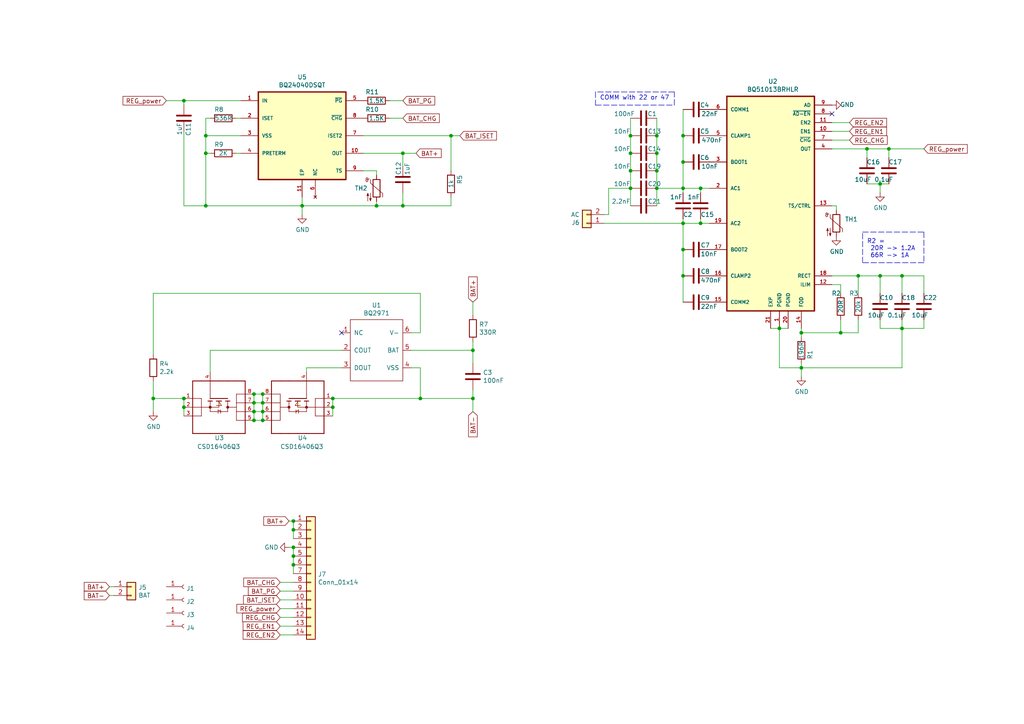
<source format=kicad_sch>
(kicad_sch (version 20210621) (generator eeschema)
  (paper "A4")
  (lib_symbols
    (symbol "BC:BQ2971" (pin_names (offset 1.016))
      (property "Reference" "U" (at 0 11.43 0))
      (property "Value" "BQ2971" (at 0 11.43 0))
      (symbol "BQ2971_1_1"
        (rectangle (start -7.62 8.89) (end 7.62 -8.89))
        (pin input line (at -10.16 5.08 0) (length 2.54) (name "NC") (number "1"))
        (pin input line (at -10.16 0 0) (length 2.54) (name "COUT") (number "2"))
        (pin passive line (at -10.16 -5.08 0) (length 2.54) (name "DOUT") (number "3"))
        (pin input line (at 10.16 -5.08 180) (length 2.54) (name "VSS") (number "4"))
        (pin input line (at 10.16 0 180) (length 2.54) (name "BAT") (number "5"))
        (pin input line (at 10.16 5.08 180) (length 2.54) (name "V-") (number "6"))
      )
    )
    (symbol "BC:CSD16406Q3" (pin_names (offset 1.016) hide)
      (property "Reference" "U" (at -7.62 -11.938 0))
      (property "Value" "CSD16406Q3" (at -5.08 -12.192 0))
      (symbol "CSD16406Q3_0_0"
        (polyline (pts (xy -7.62 -2.54) (xy -7.62 0)) (stroke (width 0.254)))
        (polyline (pts (xy -7.62 0) (xy -7.62 5.08)) (stroke (width 0.254)))
        (polyline (pts (xy -7.62 2.54) (xy -3.81 2.54)) (stroke (width 0.1524)))
        (polyline (pts (xy -7.62 5.08) (xy -7.62 7.62)) (stroke (width 0.254)))
        (polyline (pts (xy -7.62 7.62) (xy -7.62 10.16)) (stroke (width 0.254)))
        (polyline (pts (xy -7.62 10.16) (xy -7.62 12.7)) (stroke (width 0.254)))
        (polyline (pts (xy -7.62 12.7) (xy 7.62 12.7)) (stroke (width 0.254)))
        (polyline (pts (xy -3.81 2.54) (xy -2.54 2.54)) (stroke (width 0.1524)))
        (polyline (pts (xy -3.81 10.16) (xy -3.81 12.7)) (stroke (width 0.1524)))
        (polyline (pts (xy -2.54 -2.54) (xy -2.54 0)) (stroke (width 0.1524)))
        (polyline (pts (xy -2.54 0) (xy 0 0)) (stroke (width 0.1524)))
        (polyline (pts (xy -2.54 7.62) (xy -2.54 2.54)) (stroke (width 0.254)))
        (polyline (pts (xy -1.778 2.54) (xy -1.778 1.905)) (stroke (width 0.254)))
        (polyline (pts (xy -1.778 3.175) (xy -1.778 2.54)) (stroke (width 0.254)))
        (polyline (pts (xy -1.778 5.08) (xy -1.778 4.318)) (stroke (width 0.254)))
        (polyline (pts (xy -1.778 5.08) (xy 0 5.08)) (stroke (width 0.1524)))
        (polyline (pts (xy -1.778 5.842) (xy -1.778 5.08)) (stroke (width 0.254)))
        (polyline (pts (xy -1.778 7.62) (xy -1.778 6.985)) (stroke (width 0.254)))
        (polyline (pts (xy -1.778 7.62) (xy 0 7.62)) (stroke (width 0.1524)))
        (polyline (pts (xy -1.778 8.255) (xy -1.778 7.62)) (stroke (width 0.254)))
        (polyline (pts (xy -1.27 10.16) (xy -3.81 10.16)) (stroke (width 0.1524)))
        (polyline (pts (xy -1.27 10.16) (xy -1.27 12.7)) (stroke (width 0.1524)))
        (polyline (pts (xy 0 -2.54) (xy 0 0)) (stroke (width 0.1524)))
        (polyline (pts (xy 0 0) (xy 2.54 0)) (stroke (width 0.1524)))
        (polyline (pts (xy 0 1.27) (xy 0 2.54)) (stroke (width 0.1524)))
        (polyline (pts (xy 0 2.54) (xy -1.778 2.54)) (stroke (width 0.1524)))
        (polyline (pts (xy 0 2.54) (xy 1.27 2.54)) (stroke (width 0.1524)))
        (polyline (pts (xy 0 5.08) (xy 0 2.54)) (stroke (width 0.1524)))
        (polyline (pts (xy 0 7.62) (xy 1.27 7.62)) (stroke (width 0.1524)))
        (polyline (pts (xy 0 10.16) (xy 0 7.62)) (stroke (width 0.1524)))
        (polyline (pts (xy 1.27 5.588) (xy 0.762 5.588)) (stroke (width 0.1524)))
        (polyline (pts (xy 1.27 5.588) (xy 1.27 2.54)) (stroke (width 0.1524)))
        (polyline (pts (xy 1.27 7.62) (xy 1.27 5.588)) (stroke (width 0.1524)))
        (polyline (pts (xy 1.27 10.16) (xy -1.27 10.16)) (stroke (width 0.1524)))
        (polyline (pts (xy 1.27 10.16) (xy 1.27 12.7)) (stroke (width 0.1524)))
        (polyline (pts (xy 1.778 5.588) (xy 1.27 5.588)) (stroke (width 0.1524)))
        (polyline (pts (xy 2.54 0) (xy 2.54 -2.54)) (stroke (width 0.1524)))
        (polyline (pts (xy 3.81 10.16) (xy 1.27 10.16)) (stroke (width 0.1524)))
        (polyline (pts (xy 3.81 10.16) (xy 3.81 12.7)) (stroke (width 0.1524)))
        (polyline (pts (xy 7.62 -2.54) (xy -7.62 -2.54)) (stroke (width 0.254)))
        (polyline (pts (xy 7.62 2.54) (xy 7.62 -2.54)) (stroke (width 0.254)))
        (polyline (pts (xy 7.62 5.08) (xy 7.62 2.54)) (stroke (width 0.254)))
        (polyline (pts (xy 7.62 7.62) (xy 7.62 5.08)) (stroke (width 0.254)))
        (polyline (pts (xy 7.62 10.16) (xy 7.62 7.62)) (stroke (width 0.254)))
        (polyline (pts (xy 7.62 12.7) (xy 7.62 10.16)) (stroke (width 0.254)))
        (polyline (pts (xy -1.524 5.08) (xy -0.508 5.842) (xy -0.508 4.318)) (stroke (width 0.1524)) (fill (type background)))
        (polyline (pts (xy 1.27 5.588) (xy 0.762 4.826) (xy 1.778 4.826)) (stroke (width 0.1524)) (fill (type background)))
        (circle (center 0 2.54) (radius 0.2032) (stroke (width 0.4064)) (stroke (width 0.4064)))
        (circle (center 0 7.62) (radius 0.2032) (stroke (width 0.4064)) (stroke (width 0.4064)))
        (pin passive line (at -2.54 -5.08 90) (length 2.54) (name "~") (number "1"))
        (pin passive line (at 0 -5.08 90) (length 2.54) (name "~") (number "2"))
        (pin passive line (at 2.54 -5.08 90) (length 2.54) (name "~") (number "3"))
        (pin passive line (at -10.16 2.54 0) (length 2.54) (name "~") (number "4"))
        (pin passive line (at 3.81 15.24 270) (length 2.54) (name "~") (number "5"))
        (pin passive line (at 1.27 15.24 270) (length 2.54) (name "~") (number "6"))
        (pin passive line (at -1.27 15.24 270) (length 2.54) (name "~") (number "7"))
        (pin passive line (at -3.81 15.24 270) (length 2.54) (name "~") (number "8"))
      )
      (symbol "CSD16406Q3_1_1"
        (polyline (pts (xy 0 1.27) (xy 0 0)))
      )
    )
    (symbol "BQ24040DSQT:BQ24040DSQT" (pin_names (offset 1.016))
      (property "Reference" "U" (at -12.7 13.6906 0))
      (property "Value" "BQ24040DSQT" (at -5.08 15.24 0))
      (symbol "BQ24040DSQT_0_0"
        (rectangle (start -12.7 -12.7) (end 12.7 12.7) (stroke (width 0.4064)) (fill (type background)))
        (pin input line (at -17.78 10.16 0) (length 5.08) (name "IN") (number "1"))
        (pin output line (at 17.78 -5.08 180) (length 5.08) (name "OUT") (number "10"))
        (pin bidirectional line (at 0 -17.78 90) (length 5.08) (name "EP") (number "11"))
        (pin input line (at -17.78 5.08 0) (length 5.08) (name "ISET") (number "2"))
        (pin power_in line (at -17.78 0 0) (length 5.08) (name "VSS") (number "3"))
        (pin input line (at -17.78 -5.08 0) (length 5.08) (name "PRETERM") (number "4"))
        (pin output line (at 17.78 10.16 180) (length 5.08) (name "~{PG}") (number "5"))
        (pin input line (at 17.78 0 180) (length 5.08) (name "ISET2") (number "7"))
        (pin output line (at 17.78 5.08 180) (length 5.08) (name "~{CHG}") (number "8"))
        (pin input line (at 17.78 -10.16 180) (length 5.08) (name "TS") (number "9"))
      )
      (symbol "BQ24040DSQT_1_1"
        (pin no_connect line (at 3.81 -17.78 90) (length 5.08) (name "NC") (number "6"))
      )
    )
    (symbol "BQ51013BRHLR:BQ51013BRHLR" (pin_names (offset 1.016))
      (property "Reference" "U" (at -12.7 35.2806 0))
      (property "Value" "BQ51013BRHLR" (at -6.35 35.56 0))
      (symbol "BQ51013BRHLR_0_0"
        (rectangle (start -12.7 -30.48) (end 12.7 31.75) (stroke (width 0.4064)) (fill (type background)))
        (pin power_in line (at 2.54 -35.56 90) (length 5.08) (name "PGND") (number "1"))
        (pin input line (at 17.78 21.59 180) (length 5.08) (name "EN1") (number "10"))
        (pin input line (at 17.78 24.13 180) (length 5.08) (name "EN2") (number "11"))
        (pin bidirectional line (at 17.78 -22.86 180) (length 5.08) (name "ILIM") (number "12"))
        (pin input line (at 17.78 0 180) (length 5.08) (name "TS/CTRL") (number "13"))
        (pin input line (at 8.89 -35.56 90) (length 5.08) (name "FOD") (number "14"))
        (pin output line (at -17.78 -27.94 0) (length 5.08) (name "COMM2") (number "15"))
        (pin output line (at -17.78 -20.32 0) (length 5.08) (name "CLAMP2") (number "16"))
        (pin output line (at -17.78 -12.7 0) (length 5.08) (name "BOOT2") (number "17"))
        (pin output line (at 17.78 -20.32 180) (length 5.08) (name "RECT") (number "18"))
        (pin input line (at -17.78 -5.08 0) (length 5.08) (name "AC2") (number "19"))
        (pin input line (at -17.78 5.08 0) (length 5.08) (name "AC1") (number "2"))
        (pin power_in line (at 5.08 -35.56 90) (length 5.08) (name "PGND") (number "20"))
        (pin power_in line (at 0 -35.56 90) (length 5.08) (name "EXP") (number "21"))
        (pin output line (at -17.78 12.7 0) (length 5.08) (name "BOOT1") (number "3"))
        (pin output line (at 17.78 16.51 180) (length 5.08) (name "OUT") (number "4"))
        (pin output line (at -17.78 20.32 0) (length 5.08) (name "CLAMP1") (number "5"))
        (pin output line (at -17.78 27.94 0) (length 5.08) (name "COMM1") (number "6"))
        (pin output line (at 17.78 19.05 180) (length 5.08) (name "~{CHG}") (number "7"))
        (pin output line (at 17.78 26.67 180) (length 5.08) (name "~{AD-EN}") (number "8"))
        (pin input line (at 17.78 29.21 180) (length 5.08) (name "AD") (number "9"))
      )
    )
    (symbol "Connector:Conn_01x01_Female" (pin_names (offset 1.016) hide)
      (property "Reference" "J" (at 0 2.54 0))
      (property "Value" "Conn_01x01_Female" (at 0 -2.54 0))
      (symbol "Conn_01x01_Female_1_1"
        (polyline (pts (xy -1.27 0) (xy -0.508 0)) (stroke (width 0.1524)))
        (arc (start 0 0.508) (mid -0.508 0) (end 0 -0.508) (stroke (width 0.1524)))
        (pin passive line (at -5.08 0 0) (length 3.81) (name "Pin_1") (number "1"))
      )
    )
    (symbol "Connector_Generic:Conn_01x02" (pin_names (offset 1.016) hide)
      (property "Reference" "J" (at 0 2.54 0))
      (property "Value" "Conn_01x02" (at 0 -5.08 0))
      (symbol "Conn_01x02_1_1"
        (rectangle (start -1.27 -2.413) (end 0 -2.667) (stroke (width 0.1524)))
        (rectangle (start -1.27 0.127) (end 0 -0.127) (stroke (width 0.1524)))
        (rectangle (start -1.27 1.27) (end 1.27 -3.81) (stroke (width 0.254)) (fill (type background)))
        (pin passive line (at -5.08 0 0) (length 3.81) (name "Pin_1") (number "1"))
        (pin passive line (at -5.08 -2.54 0) (length 3.81) (name "Pin_2") (number "2"))
      )
    )
    (symbol "Connector_Generic:Conn_01x14" (pin_names (offset 1.016) hide)
      (property "Reference" "J" (at 0 17.78 0))
      (property "Value" "Conn_01x14" (at 0 -20.32 0))
      (symbol "Conn_01x14_1_1"
        (rectangle (start -1.27 -17.653) (end 0 -17.907) (stroke (width 0.1524)))
        (rectangle (start -1.27 -15.113) (end 0 -15.367) (stroke (width 0.1524)))
        (rectangle (start -1.27 -12.573) (end 0 -12.827) (stroke (width 0.1524)))
        (rectangle (start -1.27 -10.033) (end 0 -10.287) (stroke (width 0.1524)))
        (rectangle (start -1.27 -7.493) (end 0 -7.747) (stroke (width 0.1524)))
        (rectangle (start -1.27 -4.953) (end 0 -5.207) (stroke (width 0.1524)))
        (rectangle (start -1.27 -2.413) (end 0 -2.667) (stroke (width 0.1524)))
        (rectangle (start -1.27 0.127) (end 0 -0.127) (stroke (width 0.1524)))
        (rectangle (start -1.27 2.667) (end 0 2.413) (stroke (width 0.1524)))
        (rectangle (start -1.27 5.207) (end 0 4.953) (stroke (width 0.1524)))
        (rectangle (start -1.27 7.747) (end 0 7.493) (stroke (width 0.1524)))
        (rectangle (start -1.27 10.287) (end 0 10.033) (stroke (width 0.1524)))
        (rectangle (start -1.27 12.827) (end 0 12.573) (stroke (width 0.1524)))
        (rectangle (start -1.27 15.367) (end 0 15.113) (stroke (width 0.1524)))
        (rectangle (start -1.27 16.51) (end 1.27 -19.05) (stroke (width 0.254)) (fill (type background)))
        (pin passive line (at -5.08 15.24 0) (length 3.81) (name "Pin_1") (number "1"))
        (pin passive line (at -5.08 -7.62 0) (length 3.81) (name "Pin_10") (number "10"))
        (pin passive line (at -5.08 -10.16 0) (length 3.81) (name "Pin_11") (number "11"))
        (pin passive line (at -5.08 -12.7 0) (length 3.81) (name "Pin_12") (number "12"))
        (pin passive line (at -5.08 -15.24 0) (length 3.81) (name "Pin_13") (number "13"))
        (pin passive line (at -5.08 -17.78 0) (length 3.81) (name "Pin_14") (number "14"))
        (pin passive line (at -5.08 12.7 0) (length 3.81) (name "Pin_2") (number "2"))
        (pin passive line (at -5.08 10.16 0) (length 3.81) (name "Pin_3") (number "3"))
        (pin passive line (at -5.08 7.62 0) (length 3.81) (name "Pin_4") (number "4"))
        (pin passive line (at -5.08 5.08 0) (length 3.81) (name "Pin_5") (number "5"))
        (pin passive line (at -5.08 2.54 0) (length 3.81) (name "Pin_6") (number "6"))
        (pin passive line (at -5.08 0 0) (length 3.81) (name "Pin_7") (number "7"))
        (pin passive line (at -5.08 -2.54 0) (length 3.81) (name "Pin_8") (number "8"))
        (pin passive line (at -5.08 -5.08 0) (length 3.81) (name "Pin_9") (number "9"))
      )
    )
    (symbol "Device:C" (pin_numbers hide) (pin_names (offset 0.254))
      (property "Reference" "C" (at 0.635 2.54 0))
      (property "Value" "C" (at 0.635 -2.54 0))
      (symbol "C_0_1"
        (polyline (pts (xy -2.032 -0.762) (xy 2.032 -0.762)) (stroke (width 0.508)))
        (polyline (pts (xy -2.032 0.762) (xy 2.032 0.762)) (stroke (width 0.508)))
      )
      (symbol "C_1_1"
        (pin passive line (at 0 3.81 270) (length 2.794) (name "~") (number "1"))
        (pin passive line (at 0 -3.81 90) (length 2.794) (name "~") (number "2"))
      )
    )
    (symbol "Device:R" (pin_numbers hide) (pin_names (offset 0))
      (property "Reference" "R" (at 2.032 0 90))
      (property "Value" "R" (at 0 0 90))
      (symbol "R_0_1"
        (rectangle (start -1.016 -2.54) (end 1.016 2.54) (stroke (width 0.254)))
      )
      (symbol "R_1_1"
        (pin passive line (at 0 3.81 270) (length 1.27) (name "~") (number "1"))
        (pin passive line (at 0 -3.81 90) (length 1.27) (name "~") (number "2"))
      )
    )
    (symbol "Device:Thermistor_NTC" (pin_numbers hide) (pin_names (offset 0))
      (property "Reference" "TH" (at -4.445 0 90))
      (property "Value" "Thermistor_NTC" (at 3.175 0 90))
      (symbol "Thermistor_NTC_0_1"
        (arc (start -3.048 2.159) (mid -3.0505 2.3165) (end -3.175 2.413))
        (arc (start -3.048 2.159) (mid -2.9736 1.9794) (end -2.794 1.905))
        (arc (start -3.048 2.794) (mid -2.9736 2.6144) (end -2.794 2.54))
        (arc (start -2.794 1.905) (mid -2.6144 1.9794) (end -2.54 2.159))
        (arc (start -2.794 2.54) (mid -2.434 2.5608) (end -2.159 2.794))
        (arc (start -2.794 3.048) (mid -2.9736 2.9736) (end -3.048 2.794))
        (arc (start -2.54 2.794) (mid -2.6144 2.9736) (end -2.794 3.048))
        (rectangle (start -1.016 2.54) (end 1.016 -2.54) (stroke (width 0.254)))
        (polyline (pts (xy -2.54 2.159) (xy -2.54 2.794)))
        (polyline (pts (xy -1.778 2.54) (xy -1.778 1.524) (xy 1.778 -1.524) (xy 1.778 -2.54)))
        (polyline (pts (xy -2.54 -3.683) (xy -2.54 -1.397) (xy -2.794 -2.159) (xy -2.286 -2.159) (xy -2.54 -1.397) (xy -2.54 -1.651)) (fill (type outline)))
        (polyline (pts (xy -1.778 -1.397) (xy -1.778 -3.683) (xy -2.032 -2.921) (xy -1.524 -2.921) (xy -1.778 -3.683) (xy -1.778 -3.429)) (fill (type outline)))
      )
      (symbol "Thermistor_NTC_1_1"
        (pin passive line (at 0 3.81 270) (length 1.27) (name "~") (number "1"))
        (pin passive line (at 0 -3.81 90) (length 1.27) (name "~") (number "2"))
      )
    )
    (symbol "power:GND" (power) (pin_names (offset 0))
      (property "Value" "GND" (at 0 -3.81 0))
      (symbol "GND_0_1"
        (polyline (pts (xy 0 0) (xy 0 -1.27) (xy 1.27 -1.27) (xy 0 -2.54) (xy -1.27 -1.27) (xy 0 -1.27)))
      )
      (symbol "GND_1_1"
        (pin power_in line (at 0 0 270) (length 0) hide (name "GND") (number "1"))
      )
    )
  )
  (junction (at 44.45 115.57))
  (junction (at 53.34 29.21))
  (junction (at 53.34 115.57))
  (junction (at 53.34 118.11))
  (junction (at 59.69 39.37))
  (junction (at 59.69 44.45))
  (junction (at 59.69 59.69))
  (junction (at 73.66 114.3))
  (junction (at 73.66 116.84))
  (junction (at 73.66 119.38))
  (junction (at 73.66 121.92))
  (junction (at 76.2 114.3))
  (junction (at 76.2 116.84))
  (junction (at 76.2 119.38))
  (junction (at 76.2 121.92))
  (junction (at 85.09 151.13))
  (junction (at 85.09 153.67))
  (junction (at 85.09 158.75))
  (junction (at 85.09 161.29))
  (junction (at 85.09 163.83))
  (junction (at 87.63 59.69))
  (junction (at 96.52 115.57))
  (junction (at 96.52 118.11))
  (junction (at 109.22 59.69))
  (junction (at 116.84 44.45))
  (junction (at 116.84 59.69))
  (junction (at 121.92 115.57))
  (junction (at 130.81 39.37))
  (junction (at 137.16 101.6))
  (junction (at 137.16 115.57))
  (junction (at 182.88 39.37))
  (junction (at 182.88 44.45))
  (junction (at 182.88 49.53))
  (junction (at 182.88 54.61))
  (junction (at 190.5 39.37))
  (junction (at 190.5 44.45))
  (junction (at 190.5 49.53))
  (junction (at 190.5 54.61))
  (junction (at 198.12 39.37))
  (junction (at 198.12 46.99))
  (junction (at 198.12 54.61))
  (junction (at 198.12 64.77))
  (junction (at 198.12 72.39))
  (junction (at 198.12 80.01))
  (junction (at 203.2 54.61))
  (junction (at 203.2 64.77))
  (junction (at 226.06 95.25))
  (junction (at 232.41 96.52))
  (junction (at 232.41 106.68))
  (junction (at 243.84 96.52))
  (junction (at 248.92 80.01))
  (junction (at 251.46 43.18))
  (junction (at 255.27 53.34))
  (junction (at 255.27 80.01))
  (junction (at 257.81 43.18))
  (junction (at 261.62 80.01))
  (junction (at 261.62 95.25))
  (no_connect (at 99.06 96.52))
  (no_connect (at 241.3 33.02))
  (wire (pts (xy 31.75 172.72) (xy 33.02 172.72)))
  (wire (pts (xy 33.02 170.18) (xy 31.75 170.18)))
  (wire (pts (xy 44.45 85.09) (xy 44.45 102.87)))
  (wire (pts (xy 44.45 110.49) (xy 44.45 115.57)))
  (wire (pts (xy 44.45 115.57) (xy 44.45 119.38)))
  (wire (pts (xy 48.26 29.21) (xy 53.34 29.21)))
  (wire (pts (xy 53.34 29.21) (xy 69.85 29.21)))
  (wire (pts (xy 53.34 30.48) (xy 53.34 29.21)))
  (wire (pts (xy 53.34 38.1) (xy 53.34 59.69)))
  (wire (pts (xy 53.34 59.69) (xy 59.69 59.69)))
  (wire (pts (xy 53.34 115.57) (xy 44.45 115.57)))
  (wire (pts (xy 53.34 115.57) (xy 53.34 118.11)))
  (wire (pts (xy 53.34 118.11) (xy 53.34 120.65)))
  (wire (pts (xy 59.69 34.29) (xy 59.69 39.37)))
  (wire (pts (xy 59.69 39.37) (xy 59.69 44.45)))
  (wire (pts (xy 59.69 44.45) (xy 59.69 59.69)))
  (wire (pts (xy 59.69 59.69) (xy 87.63 59.69)))
  (wire (pts (xy 60.96 34.29) (xy 59.69 34.29)))
  (wire (pts (xy 60.96 44.45) (xy 59.69 44.45)))
  (wire (pts (xy 60.96 101.6) (xy 60.96 107.95)))
  (wire (pts (xy 68.58 34.29) (xy 69.85 34.29)))
  (wire (pts (xy 68.58 44.45) (xy 69.85 44.45)))
  (wire (pts (xy 69.85 39.37) (xy 59.69 39.37)))
  (wire (pts (xy 73.66 114.3) (xy 73.66 116.84)))
  (wire (pts (xy 73.66 114.3) (xy 76.2 114.3)))
  (wire (pts (xy 73.66 116.84) (xy 73.66 119.38)))
  (wire (pts (xy 73.66 116.84) (xy 76.2 116.84)))
  (wire (pts (xy 73.66 119.38) (xy 73.66 121.92)))
  (wire (pts (xy 73.66 119.38) (xy 76.2 119.38)))
  (wire (pts (xy 73.66 121.92) (xy 76.2 121.92)))
  (wire (pts (xy 76.2 114.3) (xy 76.2 116.84)))
  (wire (pts (xy 76.2 116.84) (xy 76.2 119.38)))
  (wire (pts (xy 76.2 119.38) (xy 76.2 121.92)))
  (wire (pts (xy 81.28 173.99) (xy 85.09 173.99)))
  (wire (pts (xy 83.82 158.75) (xy 85.09 158.75)))
  (wire (pts (xy 85.09 151.13) (xy 83.82 151.13)))
  (wire (pts (xy 85.09 151.13) (xy 85.09 153.67)))
  (wire (pts (xy 85.09 153.67) (xy 85.09 156.21)))
  (wire (pts (xy 85.09 158.75) (xy 85.09 161.29)))
  (wire (pts (xy 85.09 161.29) (xy 85.09 163.83)))
  (wire (pts (xy 85.09 163.83) (xy 85.09 166.37)))
  (wire (pts (xy 85.09 168.91) (xy 81.28 168.91)))
  (wire (pts (xy 85.09 171.45) (xy 81.28 171.45)))
  (wire (pts (xy 85.09 176.53) (xy 81.28 176.53)))
  (wire (pts (xy 85.09 179.07) (xy 81.28 179.07)))
  (wire (pts (xy 85.09 181.61) (xy 81.28 181.61)))
  (wire (pts (xy 85.09 184.15) (xy 81.28 184.15)))
  (wire (pts (xy 87.63 57.15) (xy 87.63 59.69)))
  (wire (pts (xy 87.63 59.69) (xy 87.63 62.23)))
  (wire (pts (xy 87.63 59.69) (xy 109.22 59.69)))
  (wire (pts (xy 88.9 106.68) (xy 88.9 107.95)))
  (wire (pts (xy 88.9 106.68) (xy 99.06 106.68)))
  (wire (pts (xy 96.52 115.57) (xy 121.92 115.57)))
  (wire (pts (xy 96.52 118.11) (xy 96.52 115.57)))
  (wire (pts (xy 96.52 120.65) (xy 96.52 118.11)))
  (wire (pts (xy 99.06 101.6) (xy 60.96 101.6)))
  (wire (pts (xy 105.41 39.37) (xy 130.81 39.37)))
  (wire (pts (xy 105.41 44.45) (xy 116.84 44.45)))
  (wire (pts (xy 105.41 49.53) (xy 109.22 49.53)))
  (wire (pts (xy 109.22 49.53) (xy 109.22 50.8)))
  (wire (pts (xy 109.22 58.42) (xy 109.22 59.69)))
  (wire (pts (xy 113.03 29.21) (xy 116.84 29.21)))
  (wire (pts (xy 113.03 34.29) (xy 116.84 34.29)))
  (wire (pts (xy 116.84 44.45) (xy 120.65 44.45)))
  (wire (pts (xy 116.84 48.26) (xy 116.84 44.45)))
  (wire (pts (xy 116.84 55.88) (xy 116.84 59.69)))
  (wire (pts (xy 116.84 59.69) (xy 109.22 59.69)))
  (wire (pts (xy 116.84 59.69) (xy 130.81 59.69)))
  (wire (pts (xy 119.38 96.52) (xy 121.92 96.52)))
  (wire (pts (xy 119.38 101.6) (xy 137.16 101.6)))
  (wire (pts (xy 121.92 85.09) (xy 44.45 85.09)))
  (wire (pts (xy 121.92 96.52) (xy 121.92 85.09)))
  (wire (pts (xy 121.92 106.68) (xy 119.38 106.68)))
  (wire (pts (xy 121.92 106.68) (xy 121.92 115.57)))
  (wire (pts (xy 130.81 39.37) (xy 130.81 49.53)))
  (wire (pts (xy 130.81 39.37) (xy 133.35 39.37)))
  (wire (pts (xy 130.81 57.15) (xy 130.81 59.69)))
  (wire (pts (xy 137.16 87.63) (xy 137.16 91.44)))
  (wire (pts (xy 137.16 101.6) (xy 137.16 99.06)))
  (wire (pts (xy 137.16 101.6) (xy 137.16 105.41)))
  (wire (pts (xy 137.16 113.03) (xy 137.16 115.57)))
  (wire (pts (xy 137.16 115.57) (xy 121.92 115.57)))
  (wire (pts (xy 137.16 119.38) (xy 137.16 115.57)))
  (wire (pts (xy 175.26 64.77) (xy 198.12 64.77)))
  (wire (pts (xy 176.53 54.61) (xy 182.88 54.61)))
  (wire (pts (xy 176.53 62.23) (xy 175.26 62.23)))
  (wire (pts (xy 176.53 62.23) (xy 176.53 54.61)))
  (wire (pts (xy 182.88 34.29) (xy 182.88 39.37)))
  (wire (pts (xy 182.88 39.37) (xy 182.88 44.45)))
  (wire (pts (xy 182.88 44.45) (xy 182.88 49.53)))
  (wire (pts (xy 182.88 49.53) (xy 182.88 54.61)))
  (wire (pts (xy 182.88 54.61) (xy 182.88 59.69)))
  (wire (pts (xy 190.5 34.29) (xy 190.5 39.37)))
  (wire (pts (xy 190.5 39.37) (xy 190.5 44.45)))
  (wire (pts (xy 190.5 44.45) (xy 190.5 49.53)))
  (wire (pts (xy 190.5 49.53) (xy 190.5 54.61)))
  (wire (pts (xy 190.5 54.61) (xy 190.5 59.69)))
  (wire (pts (xy 190.5 54.61) (xy 198.12 54.61)))
  (wire (pts (xy 198.12 31.75) (xy 198.12 39.37)))
  (wire (pts (xy 198.12 39.37) (xy 198.12 46.99)))
  (wire (pts (xy 198.12 46.99) (xy 198.12 54.61)))
  (wire (pts (xy 198.12 54.61) (xy 203.2 54.61)))
  (wire (pts (xy 198.12 55.88) (xy 198.12 54.61)))
  (wire (pts (xy 198.12 63.5) (xy 198.12 64.77)))
  (wire (pts (xy 198.12 64.77) (xy 203.2 64.77)))
  (wire (pts (xy 198.12 72.39) (xy 198.12 64.77)))
  (wire (pts (xy 198.12 80.01) (xy 198.12 72.39)))
  (wire (pts (xy 198.12 87.63) (xy 198.12 80.01)))
  (wire (pts (xy 203.2 54.61) (xy 205.74 54.61)))
  (wire (pts (xy 203.2 55.88) (xy 203.2 54.61)))
  (wire (pts (xy 203.2 63.5) (xy 203.2 64.77)))
  (wire (pts (xy 203.2 64.77) (xy 205.74 64.77)))
  (wire (pts (xy 223.52 95.25) (xy 226.06 95.25)))
  (wire (pts (xy 226.06 95.25) (xy 226.06 106.68)))
  (wire (pts (xy 226.06 106.68) (xy 232.41 106.68)))
  (wire (pts (xy 228.6 95.25) (xy 226.06 95.25)))
  (wire (pts (xy 232.41 95.25) (xy 232.41 96.52)))
  (wire (pts (xy 232.41 96.52) (xy 232.41 97.79)))
  (wire (pts (xy 232.41 96.52) (xy 243.84 96.52)))
  (wire (pts (xy 232.41 105.41) (xy 232.41 106.68)))
  (wire (pts (xy 232.41 106.68) (xy 232.41 109.22)))
  (wire (pts (xy 232.41 106.68) (xy 261.62 106.68)))
  (wire (pts (xy 241.3 35.56) (xy 246.38 35.56)))
  (wire (pts (xy 241.3 38.1) (xy 246.38 38.1)))
  (wire (pts (xy 241.3 40.64) (xy 246.38 40.64)))
  (wire (pts (xy 241.3 43.18) (xy 251.46 43.18)))
  (wire (pts (xy 241.3 59.69) (xy 242.57 59.69)))
  (wire (pts (xy 241.3 80.01) (xy 248.92 80.01)))
  (wire (pts (xy 241.3 82.55) (xy 243.84 82.55)))
  (wire (pts (xy 242.57 59.69) (xy 242.57 60.96)))
  (wire (pts (xy 243.84 82.55) (xy 243.84 85.09)))
  (wire (pts (xy 243.84 92.71) (xy 243.84 96.52)))
  (wire (pts (xy 243.84 96.52) (xy 248.92 96.52)))
  (wire (pts (xy 248.92 80.01) (xy 248.92 85.09)))
  (wire (pts (xy 248.92 80.01) (xy 255.27 80.01)))
  (wire (pts (xy 248.92 92.71) (xy 248.92 96.52)))
  (wire (pts (xy 251.46 43.18) (xy 257.81 43.18)))
  (wire (pts (xy 251.46 45.72) (xy 251.46 43.18)))
  (wire (pts (xy 251.46 53.34) (xy 255.27 53.34)))
  (wire (pts (xy 255.27 53.34) (xy 257.81 53.34)))
  (wire (pts (xy 255.27 55.88) (xy 255.27 53.34)))
  (wire (pts (xy 255.27 80.01) (xy 255.27 85.09)))
  (wire (pts (xy 255.27 80.01) (xy 261.62 80.01)))
  (wire (pts (xy 255.27 92.71) (xy 255.27 95.25)))
  (wire (pts (xy 255.27 95.25) (xy 261.62 95.25)))
  (wire (pts (xy 257.81 43.18) (xy 267.97 43.18)))
  (wire (pts (xy 257.81 45.72) (xy 257.81 43.18)))
  (wire (pts (xy 261.62 80.01) (xy 261.62 85.09)))
  (wire (pts (xy 261.62 80.01) (xy 267.97 80.01)))
  (wire (pts (xy 261.62 92.71) (xy 261.62 95.25)))
  (wire (pts (xy 261.62 95.25) (xy 261.62 106.68)))
  (wire (pts (xy 267.97 80.01) (xy 267.97 85.09)))
  (wire (pts (xy 267.97 92.71) (xy 267.97 95.25)))
  (wire (pts (xy 267.97 95.25) (xy 261.62 95.25)))
  (polyline (pts (xy 172.72 26.67) (xy 172.72 30.48)))
  (polyline (pts (xy 172.72 30.48) (xy 195.58 30.48)))
  (polyline (pts (xy 195.58 26.67) (xy 172.72 26.67)))
  (polyline (pts (xy 195.58 30.48) (xy 195.58 26.67)))
  (polyline (pts (xy 250.19 67.31) (xy 267.97 67.31)))
  (polyline (pts (xy 250.19 76.2) (xy 250.19 67.31)))
  (polyline (pts (xy 267.97 67.31) (xy 267.97 76.2)))
  (polyline (pts (xy 267.97 76.2) (xy 250.19 76.2)))
  (text "COMM with 22 or 47" (at 173.99 29.21 0) (effects (font (size 1.27 1.27)) (justify left bottom)))
  (text "R2 = \n 20R -> 1.2A\n 66R -> 1A" (at 251.46 74.93 0) (effects (font (size 1.27 1.27)) (justify left bottom)))
  (global_label "BAT+" (shape input) (at 31.75 170.18 180) (property "Intersheet References" "${INTERSHEET_REFS}" (effects hide)))
  (global_label "BAT-" (shape input) (at 31.75 172.72 180) (property "Intersheet References" "${INTERSHEET_REFS}" (effects hide)))
  (global_label "REG_power" (shape input) (at 48.26 29.21 180) (property "Intersheet References" "${INTERSHEET_REFS}" (effects hide)))
  (global_label "BAT_CHG" (shape input) (at 81.28 168.91 180) (property "Intersheet References" "${INTERSHEET_REFS}" (effects hide)))
  (global_label "BAT_PG" (shape input) (at 81.28 171.45 180) (property "Intersheet References" "${INTERSHEET_REFS}" (effects hide)))
  (global_label "BAT_ISET" (shape input) (at 81.28 173.99 180) (property "Intersheet References" "${INTERSHEET_REFS}" (effects hide)))
  (global_label "REG_power" (shape input) (at 81.28 176.53 180) (property "Intersheet References" "${INTERSHEET_REFS}" (effects hide)))
  (global_label "REG_CHG" (shape input) (at 81.28 179.07 180) (property "Intersheet References" "${INTERSHEET_REFS}" (effects hide)))
  (global_label "REG_EN1" (shape input) (at 81.28 181.61 180) (property "Intersheet References" "${INTERSHEET_REFS}" (effects hide)))
  (global_label "REG_EN2" (shape input) (at 81.28 184.15 180) (property "Intersheet References" "${INTERSHEET_REFS}" (effects hide)))
  (global_label "BAT+" (shape input) (at 83.82 151.13 180) (property "Intersheet References" "${INTERSHEET_REFS}" (effects hide)))
  (global_label "BAT_PG" (shape input) (at 116.84 29.21 0) (property "Intersheet References" "${INTERSHEET_REFS}" (effects hide)))
  (global_label "BAT_CHG" (shape input) (at 116.84 34.29 0) (property "Intersheet References" "${INTERSHEET_REFS}" (effects hide)))
  (global_label "BAT+" (shape input) (at 120.65 44.45 0) (property "Intersheet References" "${INTERSHEET_REFS}" (effects hide)))
  (global_label "BAT_ISET" (shape input) (at 133.35 39.37 0) (property "Intersheet References" "${INTERSHEET_REFS}" (effects hide)))
  (global_label "BAT+" (shape input) (at 137.16 87.63 90) (property "Intersheet References" "${INTERSHEET_REFS}" (effects hide)))
  (global_label "BAT-" (shape input) (at 137.16 119.38 270) (property "Intersheet References" "${INTERSHEET_REFS}" (effects hide)))
  (global_label "REG_EN2" (shape input) (at 246.38 35.56 0) (property "Intersheet References" "${INTERSHEET_REFS}" (effects hide)))
  (global_label "REG_EN1" (shape input) (at 246.38 38.1 0) (property "Intersheet References" "${INTERSHEET_REFS}" (effects hide)))
  (global_label "REG_CHG" (shape input) (at 246.38 40.64 0) (property "Intersheet References" "${INTERSHEET_REFS}" (effects hide)))
  (global_label "REG_power" (shape input) (at 267.97 43.18 0) (property "Intersheet References" "${INTERSHEET_REFS}" (effects hide)))
  (symbol (lib_id "power:GND") (at 44.45 119.38 0) (unit 1)
    (property "Reference" "#PWR04" (effects hide))
    (property "Value" "GND" (at 44.577 123.7742 0))
  )
  (symbol (lib_id "power:GND") (at 83.82 158.75 270) (unit 1)
    (property "Reference" "#PWR0101" (effects hide))
    (property "Value" "GND" (at 78.74 158.75 90))
  )
  (symbol (lib_id "power:GND") (at 87.63 62.23 0) (unit 1)
    (property "Reference" "#PWR05" (effects hide))
    (property "Value" "GND" (at 87.757 66.6242 0))
  )
  (symbol (lib_id "power:GND") (at 232.41 109.22 0) (unit 1)
    (property "Reference" "#PWR01" (effects hide))
    (property "Value" "GND" (at 232.537 113.6142 0))
  )
  (symbol (lib_id "power:GND") (at 241.3 30.48 90) (unit 1)
    (property "Reference" "#PWR02" (effects hide))
    (property "Value" "GND" (at 245.6942 30.353 90))
  )
  (symbol (lib_id "power:GND") (at 242.57 68.58 0) (unit 1)
    (property "Reference" "#PWR03" (effects hide))
    (property "Value" "GND" (at 242.697 72.9742 0))
  )
  (symbol (lib_id "power:GND") (at 255.27 55.88 0) (unit 1)
    (property "Reference" "#PWR06" (effects hide))
    (property "Value" "GND" (at 255.397 60.2742 0))
  )
  (symbol (lib_id "Connector:Conn_01x01_Female") (at 53.34 170.18 0) (unit 1)
    (property "Reference" "J1" (at 54.0512 170.688 0) (effects (justify left)))
    (property "Value" "Conn_01x01_Female" (effects hide))
    (property "Footprint" "MountingHole:MountingHole_2.2mm_M2" (effects hide))
  )
  (symbol (lib_id "Connector:Conn_01x01_Female") (at 53.34 173.99 0) (unit 1)
    (property "Reference" "J2" (at 54.0512 174.498 0) (effects (justify left)))
    (property "Value" "Conn_01x01_Female" (effects hide))
    (property "Footprint" "MountingHole:MountingHole_2.2mm_M2" (effects hide))
  )
  (symbol (lib_id "Connector:Conn_01x01_Female") (at 53.34 177.8 0) (unit 1)
    (property "Reference" "J3" (at 54.0512 178.308 0) (effects (justify left)))
    (property "Value" "Conn_01x01_Female" (effects hide))
    (property "Footprint" "MountingHole:MountingHole_2.2mm_M2" (effects hide))
  )
  (symbol (lib_id "Connector:Conn_01x01_Female") (at 53.34 181.61 0) (unit 1)
    (property "Reference" "J4" (at 54.0512 182.118 0) (effects (justify left)))
    (property "Value" "Conn_01x01_Female" (effects hide))
    (property "Footprint" "MountingHole:MountingHole_2.2mm_M2" (effects hide))
  )
  (symbol (lib_id "Device:R") (at 44.45 106.68 0) (unit 1)
    (property "Reference" "R4" (at 46.228 105.5116 0) (effects (justify left)))
    (property "Value" "2.2k" (at 46.228 107.823 0) (effects (justify left)))
    (property "Footprint" "Resistor_SMD:R_0402_1005Metric" (effects hide))
  )
  (symbol (lib_id "Device:R") (at 64.77 34.29 270) (unit 1)
    (property "Reference" "R8" (at 63.5 31.75 90))
    (property "Value" "536R" (at 64.77 34.29 90))
    (property "Footprint" "Resistor_SMD:R_0402_1005Metric" (effects hide))
  )
  (symbol (lib_id "Device:R") (at 64.77 44.45 270) (unit 1)
    (property "Reference" "R9" (at 63.5 41.91 90))
    (property "Value" "2K" (at 64.77 44.45 90))
    (property "Footprint" "Resistor_SMD:R_0402_1005Metric" (effects hide))
  )
  (symbol (lib_id "Device:R") (at 109.22 29.21 90) (unit 1)
    (property "Reference" "R11" (at 107.95 26.67 90))
    (property "Value" "1.5K" (at 109.22 29.21 90))
    (property "Footprint" "Resistor_SMD:R_0402_1005Metric" (effects hide))
  )
  (symbol (lib_id "Device:R") (at 109.22 34.29 90) (mirror x) (unit 1)
    (property "Reference" "R10" (at 107.95 31.75 90))
    (property "Value" "1.5K" (at 109.22 34.29 90))
    (property "Footprint" "Resistor_SMD:R_0402_1005Metric" (effects hide))
  )
  (symbol (lib_id "Device:R") (at 130.81 53.34 0) (unit 1)
    (property "Reference" "R5" (at 133.35 52.07 90))
    (property "Value" "1k" (at 130.81 53.34 90))
    (property "Footprint" "Resistor_SMD:R_0402_1005Metric" (effects hide))
  )
  (symbol (lib_id "Device:R") (at 137.16 95.25 0) (unit 1)
    (property "Reference" "R7" (at 138.938 94.0816 0) (effects (justify left)))
    (property "Value" "330R" (at 138.938 96.393 0) (effects (justify left)))
    (property "Footprint" "Resistor_SMD:R_0402_1005Metric" (effects hide))
  )
  (symbol (lib_id "Device:R") (at 232.41 101.6 0) (unit 1)
    (property "Reference" "R1" (at 234.95 102.87 90))
    (property "Value" "196R" (at 232.41 101.6 90))
    (property "Footprint" "Resistor_SMD:R_0402_1005Metric" (effects hide))
  )
  (symbol (lib_id "Device:R") (at 243.84 88.9 0) (unit 1)
    (property "Reference" "R2" (at 242.57 85.09 0))
    (property "Value" "20R" (at 243.84 88.9 90))
    (property "Footprint" "Resistor_SMD:R_0402_1005Metric" (effects hide))
  )
  (symbol (lib_id "Device:R") (at 248.92 88.9 0) (unit 1)
    (property "Reference" "R3" (at 247.65 85.09 0))
    (property "Value" "20k" (at 248.92 88.9 90))
    (property "Footprint" "Resistor_SMD:R_0402_1005Metric" (effects hide))
  )
  (symbol (lib_id "Connector_Generic:Conn_01x02") (at 38.1 170.18 0) (unit 1)
    (property "Reference" "J5" (at 40.132 170.3832 0) (effects (justify left)))
    (property "Value" "BAT" (at 40.132 172.6946 0) (effects (justify left)))
    (property "Footprint" "Connector_PinHeader_2.54mm:PinHeader_1x02_P2.54mm_Vertical" (effects hide))
  )
  (symbol (lib_id "Connector_Generic:Conn_01x02") (at 170.18 64.77 180) (unit 1)
    (property "Reference" "J6" (at 168.148 64.5668 0) (effects (justify left)))
    (property "Value" "AC" (at 168.148 62.2554 0) (effects (justify left)))
    (property "Footprint" "Resistor_THT:R_Axial_DIN0204_L3.6mm_D1.6mm_P2.54mm_Vertical" (effects hide))
  )
  (symbol (lib_id "Device:C") (at 53.34 34.29 180) (unit 1)
    (property "Reference" "C11" (at 54.61 35.56 90) (effects (justify left)))
    (property "Value" "1uF" (at 52.07 35.56 90) (effects (justify left)))
    (property "Footprint" "Capacitor_SMD:C_0603_1608Metric" (effects hide))
  )
  (symbol (lib_id "Device:C") (at 116.84 52.07 0) (unit 1)
    (property "Reference" "C12" (at 115.57 50.8 90) (effects (justify left)))
    (property "Value" "1uF" (at 118.11 50.8 90) (effects (justify left)))
    (property "Footprint" "Capacitor_SMD:C_0603_1608Metric" (effects hide))
  )
  (symbol (lib_id "Device:C") (at 137.16 109.22 0) (unit 1)
    (property "Reference" "C3" (at 140.081 108.0516 0) (effects (justify left)))
    (property "Value" "100nF" (at 140.081 110.363 0) (effects (justify left)))
    (property "Footprint" "Capacitor_SMD:C_0402_1005Metric" (effects hide))
  )
  (symbol (lib_id "Device:C") (at 186.69 34.29 90) (unit 1)
    (property "Reference" "C1" (at 190.5 33.02 90) (effects (justify left)))
    (property "Value" "100nF" (at 184.15 33.02 90) (effects (justify left)))
    (property "Footprint" "Capacitor_SMD:C_1206_3216Metric" (effects hide))
  )
  (symbol (lib_id "Device:C") (at 186.69 39.37 90) (unit 1)
    (property "Reference" "C13" (at 191.77 38.1 90) (effects (justify left)))
    (property "Value" "10nF" (at 182.88 38.1 90) (effects (justify left)))
    (property "Footprint" "Capacitor_SMD:C_0603_1608Metric" (effects hide))
  )
  (symbol (lib_id "Device:C") (at 186.69 44.45 90) (unit 1)
    (property "Reference" "C14" (at 191.77 43.18 90) (effects (justify left)))
    (property "Value" "10nF" (at 182.88 43.18 90) (effects (justify left)))
    (property "Footprint" "Capacitor_SMD:C_0603_1608Metric" (effects hide))
  )
  (symbol (lib_id "Device:C") (at 186.69 49.53 90) (unit 1)
    (property "Reference" "C19" (at 191.77 48.26 90) (effects (justify left)))
    (property "Value" "10nF" (at 182.88 48.26 90) (effects (justify left)))
    (property "Footprint" "Capacitor_SMD:C_0603_1608Metric" (effects hide))
  )
  (symbol (lib_id "Device:C") (at 186.69 54.61 90) (unit 1)
    (property "Reference" "C20" (at 191.77 53.34 90) (effects (justify left)))
    (property "Value" "10nF" (at 182.88 53.34 90) (effects (justify left)))
    (property "Footprint" "Capacitor_SMD:C_0603_1608Metric" (effects hide))
  )
  (symbol (lib_id "Device:C") (at 186.69 59.69 90) (unit 1)
    (property "Reference" "C21" (at 191.77 58.42 90) (effects (justify left)))
    (property "Value" "2.2nF" (at 182.88 58.42 90) (effects (justify left)))
    (property "Footprint" "Capacitor_SMD:C_0603_1608Metric" (effects hide))
  )
  (symbol (lib_id "Device:C") (at 198.12 59.69 0) (unit 1)
    (property "Reference" "C2" (at 198.12 62.23 0) (effects (justify left)))
    (property "Value" "1nF" (at 194.31 57.15 0) (effects (justify left)))
    (property "Footprint" "Capacitor_SMD:C_0603_1608Metric" (effects hide))
  )
  (symbol (lib_id "Device:C") (at 201.93 31.75 90) (unit 1)
    (property "Reference" "C4" (at 205.74 30.48 90) (effects (justify left)))
    (property "Value" "22nF" (at 208.28 33.02 90) (effects (justify left)))
    (property "Footprint" "Capacitor_SMD:C_0402_1005Metric" (effects hide))
  )
  (symbol (lib_id "Device:C") (at 201.93 39.37 90) (unit 1)
    (property "Reference" "C5" (at 205.74 38.1 90) (effects (justify left)))
    (property "Value" "470nF" (at 209.55 40.64 90) (effects (justify left)))
    (property "Footprint" "Capacitor_SMD:C_0402_1005Metric" (effects hide))
  )
  (symbol (lib_id "Device:C") (at 201.93 46.99 90) (unit 1)
    (property "Reference" "C6" (at 205.74 45.72 90) (effects (justify left)))
    (property "Value" "10nF" (at 208.28 48.26 90) (effects (justify left)))
    (property "Footprint" "Capacitor_SMD:C_0402_1005Metric" (effects hide))
  )
  (symbol (lib_id "Device:C") (at 201.93 72.39 270) (unit 1)
    (property "Reference" "C7" (at 203.2 71.12 90) (effects (justify left)))
    (property "Value" "10nF" (at 203.2 73.66 90) (effects (justify left)))
    (property "Footprint" "Capacitor_SMD:C_0402_1005Metric" (effects hide))
  )
  (symbol (lib_id "Device:C") (at 201.93 80.01 270) (unit 1)
    (property "Reference" "C8" (at 203.2 78.74 90) (effects (justify left)))
    (property "Value" "470nF" (at 203.2 81.28 90) (effects (justify left)))
    (property "Footprint" "Capacitor_SMD:C_0402_1005Metric" (effects hide))
  )
  (symbol (lib_id "Device:C") (at 201.93 87.63 270) (unit 1)
    (property "Reference" "C9" (at 203.2 86.36 90) (effects (justify left)))
    (property "Value" "22nF" (at 203.2 88.9 90) (effects (justify left)))
    (property "Footprint" "Capacitor_SMD:C_0402_1005Metric" (effects hide))
  )
  (symbol (lib_id "Device:C") (at 203.2 59.69 0) (unit 1)
    (property "Reference" "C15" (at 203.2 62.23 0) (effects (justify left)))
    (property "Value" "1nF" (at 199.39 57.15 0) (effects (justify left)))
    (property "Footprint" "Capacitor_SMD:C_0603_1608Metric" (effects hide))
  )
  (symbol (lib_id "Device:C") (at 251.46 49.53 180) (unit 1)
    (property "Reference" "C16" (at 255.27 46.99 0) (effects (justify left)))
    (property "Value" "10uF" (at 252.73 52.07 0) (effects (justify left)))
    (property "Footprint" "Capacitor_SMD:C_0603_1608Metric" (effects hide))
  )
  (symbol (lib_id "Device:C") (at 255.27 88.9 180) (unit 1)
    (property "Reference" "C10" (at 259.08 86.36 0) (effects (justify left)))
    (property "Value" "10uF" (at 256.54 91.44 0) (effects (justify left)))
    (property "Footprint" "Capacitor_SMD:C_0603_1608Metric" (effects hide))
  )
  (symbol (lib_id "Device:C") (at 257.81 49.53 180) (unit 1)
    (property "Reference" "C17" (at 261.62 46.99 0) (effects (justify left)))
    (property "Value" "0.1uF" (at 259.08 52.07 0) (effects (justify left)))
    (property "Footprint" "Capacitor_SMD:C_0603_1608Metric" (effects hide))
  )
  (symbol (lib_id "Device:C") (at 261.62 88.9 180) (unit 1)
    (property "Reference" "C18" (at 265.43 86.36 0) (effects (justify left)))
    (property "Value" "0.1uF" (at 262.89 91.44 0) (effects (justify left)))
    (property "Footprint" "Capacitor_SMD:C_0603_1608Metric" (effects hide))
  )
  (symbol (lib_id "Device:C") (at 267.97 88.9 180) (unit 1)
    (property "Reference" "C22" (at 271.78 86.36 0) (effects (justify left)))
    (property "Value" "10uF" (at 269.24 91.44 0) (effects (justify left)))
    (property "Footprint" "Capacitor_SMD:C_0603_1608Metric" (effects hide))
  )
  (symbol (lib_id "Device:Thermistor_NTC") (at 109.22 54.61 0) (unit 1)
    (property "Reference" "TH2" (at 102.87 54.61 0) (effects (justify left)))
    (property "Value" "Thermistor_NTC" (effects hide))
    (property "Footprint" "Resistor_THT:R_Axial_DIN0204_L3.6mm_D1.6mm_P2.54mm_Vertical" (effects hide))
  )
  (symbol (lib_id "Device:Thermistor_NTC") (at 242.57 64.77 0) (unit 1)
    (property "Reference" "TH1" (at 245.0592 63.6016 0) (effects (justify left)))
    (property "Value" "Thermistor_NTC" (effects hide))
    (property "Footprint" "Resistor_THT:R_Axial_DIN0204_L3.6mm_D1.6mm_P2.54mm_Vertical" (effects hide))
  )
  (symbol (lib_id "Connector_Generic:Conn_01x14") (at 90.17 166.37 0) (unit 1)
    (property "Reference" "J7" (at 92.202 166.5732 0) (effects (justify left)))
    (property "Value" "Conn_01x14" (at 92.202 168.8846 0) (effects (justify left)))
    (property "Footprint" "Connector_FFC-FPC:Hirose_FH12-14S-0.5SH_1x14-1MP_P0.50mm_Horizontal" (effects hide))
  )
  (symbol (lib_id "BC:BQ2971") (at 109.22 101.6 0) (unit 1)
    (property "Reference" "U1" (at 109.22 88.519 0))
    (property "Value" "BQ2971" (at 109.22 90.8304 0))
    (property "Footprint" "Package_SON:WSON-6_1.5x1.5mm_P0.5mm" (effects hide))
  )
  (symbol (lib_id "BC:CSD16406Q3") (at 58.42 118.11 270) (unit 1)
    (property "Reference" "U3" (at 62.23 127 90) (effects (justify left)))
    (property "Value" "CSD16406Q3" (at 57.15 129.54 90) (effects (justify left)))
    (property "Footprint" "BC:CSD16406Q3" (effects hide))
    (property "AVAILABILITY" "Good" (effects hide))
    (property "MOUSER-PURCHASE-URL" "https://snapeda.com/shop?store=Mouser&id=288071" (effects hide))
    (property "MF" "Texas Instruments" (effects hide))
    (property "DESCRIPTION" "25V, N ch NexFET MOSFET, single SON3x3, 7.4mOhm 8-VSON-CLIP -55 to 150" (effects hide))
    (property "TEXAS_INSTRUMENTS-PURCHASE-URL" "https://snapeda.com/shop?store=Texas+Instruments&id=288071" (effects hide))
    (property "PRICE" "None" (effects hide))
    (property "PACKAGE" "VSON-CLIP-8 Texas Instruments" (effects hide))
    (property "MP" "CSD16406Q3" (effects hide))
    (property "DIGIKEY-PURCHASE-URL" "https://snapeda.com/shop?store=DigiKey&id=288071" (effects hide))
  )
  (symbol (lib_id "BC:CSD16406Q3") (at 91.44 118.11 90) (mirror x) (unit 1)
    (property "Reference" "U4" (at 86.36 127 90) (effects (justify right)))
    (property "Value" "CSD16406Q3" (at 81.28 129.54 90) (effects (justify right)))
    (property "Footprint" "BC:CSD16406Q3" (effects hide))
    (property "AVAILABILITY" "Good" (effects hide))
    (property "MOUSER-PURCHASE-URL" "https://snapeda.com/shop?store=Mouser&id=288071" (effects hide))
    (property "MF" "Texas Instruments" (effects hide))
    (property "DESCRIPTION" "25V, N ch NexFET MOSFET, single SON3x3, 7.4mOhm 8-VSON-CLIP -55 to 150" (effects hide))
    (property "TEXAS_INSTRUMENTS-PURCHASE-URL" "https://snapeda.com/shop?store=Texas+Instruments&id=288071" (effects hide))
    (property "PRICE" "None" (effects hide))
    (property "PACKAGE" "VSON-CLIP-8 Texas Instruments" (effects hide))
    (property "MP" "CSD16406Q3" (effects hide))
    (property "DIGIKEY-PURCHASE-URL" "https://snapeda.com/shop?store=DigiKey&id=288071" (effects hide))
  )
  (symbol (lib_id "BQ24040DSQT:BQ24040DSQT") (at 87.63 39.37 0) (unit 1)
    (property "Reference" "U5" (at 87.63 22.352 0))
    (property "Value" "BQ24040DSQT" (at 87.63 24.6634 0))
    (property "Footprint" "SON40P200X200X80-11N" (effects hide))
  )
  (symbol (lib_id "BQ51013BRHLR:BQ51013BRHLR") (at 223.52 59.69 0) (unit 1)
    (property "Reference" "U2" (at 224.155 23.622 0))
    (property "Value" "BQ51013BRHLR" (at 224.155 25.9334 0))
    (property "Footprint" "IC_MSP430FR2522IRHLR" (effects hide))
  )
)
</source>
